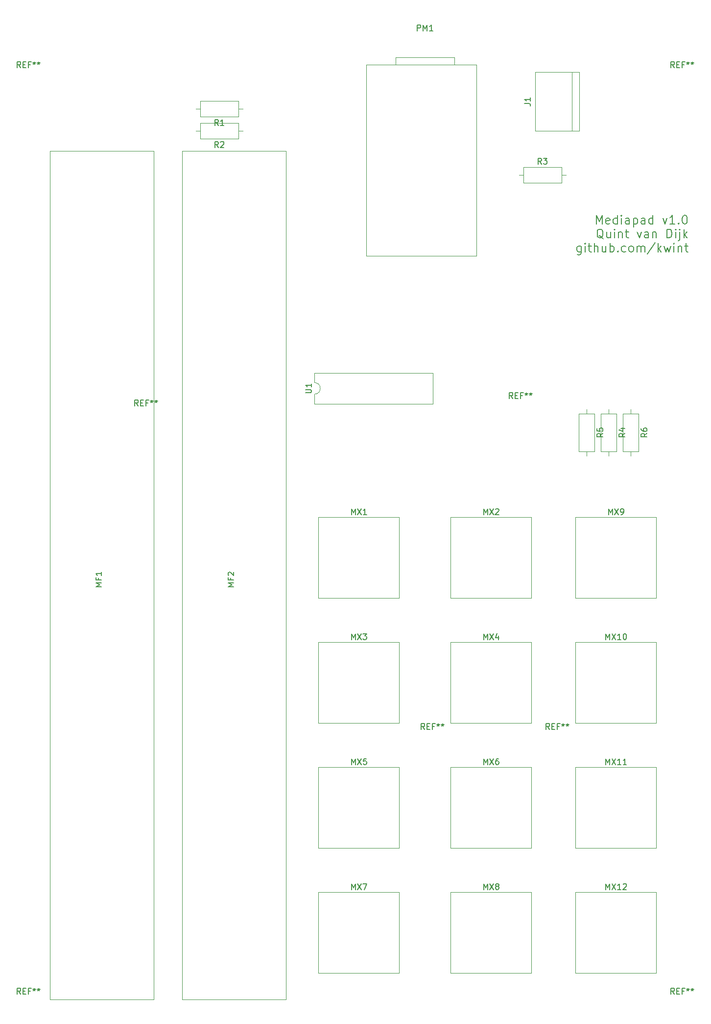
<source format=gbr>
%TF.GenerationSoftware,KiCad,Pcbnew,(5.1.8)-1*%
%TF.CreationDate,2020-12-17T23:53:09+01:00*%
%TF.ProjectId,pcb,7063622e-6b69-4636-9164-5f7063625858,rev?*%
%TF.SameCoordinates,Original*%
%TF.FileFunction,Legend,Top*%
%TF.FilePolarity,Positive*%
%FSLAX46Y46*%
G04 Gerber Fmt 4.6, Leading zero omitted, Abs format (unit mm)*
G04 Created by KiCad (PCBNEW (5.1.8)-1) date 2020-12-17 23:53:09*
%MOMM*%
%LPD*%
G01*
G04 APERTURE LIST*
%ADD10C,0.150000*%
%ADD11C,0.120000*%
G04 APERTURE END LIST*
D10*
X121062499Y-40188571D02*
X121062499Y-38688571D01*
X121562499Y-39760000D01*
X122062499Y-38688571D01*
X122062499Y-40188571D01*
X123348214Y-40117142D02*
X123205357Y-40188571D01*
X122919642Y-40188571D01*
X122776785Y-40117142D01*
X122705357Y-39974285D01*
X122705357Y-39402857D01*
X122776785Y-39260000D01*
X122919642Y-39188571D01*
X123205357Y-39188571D01*
X123348214Y-39260000D01*
X123419642Y-39402857D01*
X123419642Y-39545714D01*
X122705357Y-39688571D01*
X124705357Y-40188571D02*
X124705357Y-38688571D01*
X124705357Y-40117142D02*
X124562499Y-40188571D01*
X124276785Y-40188571D01*
X124133928Y-40117142D01*
X124062499Y-40045714D01*
X123991071Y-39902857D01*
X123991071Y-39474285D01*
X124062499Y-39331428D01*
X124133928Y-39260000D01*
X124276785Y-39188571D01*
X124562499Y-39188571D01*
X124705357Y-39260000D01*
X125419642Y-40188571D02*
X125419642Y-39188571D01*
X125419642Y-38688571D02*
X125348214Y-38760000D01*
X125419642Y-38831428D01*
X125491071Y-38760000D01*
X125419642Y-38688571D01*
X125419642Y-38831428D01*
X126776785Y-40188571D02*
X126776785Y-39402857D01*
X126705357Y-39260000D01*
X126562499Y-39188571D01*
X126276785Y-39188571D01*
X126133928Y-39260000D01*
X126776785Y-40117142D02*
X126633928Y-40188571D01*
X126276785Y-40188571D01*
X126133928Y-40117142D01*
X126062499Y-39974285D01*
X126062499Y-39831428D01*
X126133928Y-39688571D01*
X126276785Y-39617142D01*
X126633928Y-39617142D01*
X126776785Y-39545714D01*
X127491071Y-39188571D02*
X127491071Y-40688571D01*
X127491071Y-39260000D02*
X127633928Y-39188571D01*
X127919642Y-39188571D01*
X128062500Y-39260000D01*
X128133928Y-39331428D01*
X128205357Y-39474285D01*
X128205357Y-39902857D01*
X128133928Y-40045714D01*
X128062500Y-40117142D01*
X127919642Y-40188571D01*
X127633928Y-40188571D01*
X127491071Y-40117142D01*
X129491071Y-40188571D02*
X129491071Y-39402857D01*
X129419642Y-39260000D01*
X129276785Y-39188571D01*
X128991071Y-39188571D01*
X128848214Y-39260000D01*
X129491071Y-40117142D02*
X129348214Y-40188571D01*
X128991071Y-40188571D01*
X128848214Y-40117142D01*
X128776785Y-39974285D01*
X128776785Y-39831428D01*
X128848214Y-39688571D01*
X128991071Y-39617142D01*
X129348214Y-39617142D01*
X129491071Y-39545714D01*
X130848214Y-40188571D02*
X130848214Y-38688571D01*
X130848214Y-40117142D02*
X130705357Y-40188571D01*
X130419642Y-40188571D01*
X130276785Y-40117142D01*
X130205357Y-40045714D01*
X130133928Y-39902857D01*
X130133928Y-39474285D01*
X130205357Y-39331428D01*
X130276785Y-39260000D01*
X130419642Y-39188571D01*
X130705357Y-39188571D01*
X130848214Y-39260000D01*
X132562499Y-39188571D02*
X132919642Y-40188571D01*
X133276785Y-39188571D01*
X134633928Y-40188571D02*
X133776785Y-40188571D01*
X134205357Y-40188571D02*
X134205357Y-38688571D01*
X134062499Y-38902857D01*
X133919642Y-39045714D01*
X133776785Y-39117142D01*
X135276785Y-40045714D02*
X135348214Y-40117142D01*
X135276785Y-40188571D01*
X135205357Y-40117142D01*
X135276785Y-40045714D01*
X135276785Y-40188571D01*
X136276785Y-38688571D02*
X136419642Y-38688571D01*
X136562500Y-38760000D01*
X136633928Y-38831428D01*
X136705357Y-38974285D01*
X136776785Y-39260000D01*
X136776785Y-39617142D01*
X136705357Y-39902857D01*
X136633928Y-40045714D01*
X136562500Y-40117142D01*
X136419642Y-40188571D01*
X136276785Y-40188571D01*
X136133928Y-40117142D01*
X136062500Y-40045714D01*
X135991071Y-39902857D01*
X135919642Y-39617142D01*
X135919642Y-39260000D01*
X135991071Y-38974285D01*
X136062500Y-38831428D01*
X136133928Y-38760000D01*
X136276785Y-38688571D01*
X122276785Y-42731428D02*
X122133928Y-42660000D01*
X121991071Y-42517142D01*
X121776785Y-42302857D01*
X121633928Y-42231428D01*
X121491071Y-42231428D01*
X121562500Y-42588571D02*
X121419642Y-42517142D01*
X121276785Y-42374285D01*
X121205357Y-42088571D01*
X121205357Y-41588571D01*
X121276785Y-41302857D01*
X121419642Y-41160000D01*
X121562500Y-41088571D01*
X121848214Y-41088571D01*
X121991071Y-41160000D01*
X122133928Y-41302857D01*
X122205357Y-41588571D01*
X122205357Y-42088571D01*
X122133928Y-42374285D01*
X121991071Y-42517142D01*
X121848214Y-42588571D01*
X121562500Y-42588571D01*
X123491071Y-41588571D02*
X123491071Y-42588571D01*
X122848214Y-41588571D02*
X122848214Y-42374285D01*
X122919642Y-42517142D01*
X123062500Y-42588571D01*
X123276785Y-42588571D01*
X123419642Y-42517142D01*
X123491071Y-42445714D01*
X124205357Y-42588571D02*
X124205357Y-41588571D01*
X124205357Y-41088571D02*
X124133928Y-41160000D01*
X124205357Y-41231428D01*
X124276785Y-41160000D01*
X124205357Y-41088571D01*
X124205357Y-41231428D01*
X124919642Y-41588571D02*
X124919642Y-42588571D01*
X124919642Y-41731428D02*
X124991071Y-41660000D01*
X125133928Y-41588571D01*
X125348214Y-41588571D01*
X125491071Y-41660000D01*
X125562500Y-41802857D01*
X125562500Y-42588571D01*
X126062500Y-41588571D02*
X126633928Y-41588571D01*
X126276785Y-41088571D02*
X126276785Y-42374285D01*
X126348214Y-42517142D01*
X126491071Y-42588571D01*
X126633928Y-42588571D01*
X128133928Y-41588571D02*
X128491071Y-42588571D01*
X128848214Y-41588571D01*
X130062500Y-42588571D02*
X130062500Y-41802857D01*
X129991071Y-41660000D01*
X129848214Y-41588571D01*
X129562500Y-41588571D01*
X129419642Y-41660000D01*
X130062500Y-42517142D02*
X129919642Y-42588571D01*
X129562500Y-42588571D01*
X129419642Y-42517142D01*
X129348214Y-42374285D01*
X129348214Y-42231428D01*
X129419642Y-42088571D01*
X129562500Y-42017142D01*
X129919642Y-42017142D01*
X130062500Y-41945714D01*
X130776785Y-41588571D02*
X130776785Y-42588571D01*
X130776785Y-41731428D02*
X130848214Y-41660000D01*
X130991071Y-41588571D01*
X131205357Y-41588571D01*
X131348214Y-41660000D01*
X131419642Y-41802857D01*
X131419642Y-42588571D01*
X133276785Y-42588571D02*
X133276785Y-41088571D01*
X133633928Y-41088571D01*
X133848214Y-41160000D01*
X133991071Y-41302857D01*
X134062500Y-41445714D01*
X134133928Y-41731428D01*
X134133928Y-41945714D01*
X134062500Y-42231428D01*
X133991071Y-42374285D01*
X133848214Y-42517142D01*
X133633928Y-42588571D01*
X133276785Y-42588571D01*
X134776785Y-42588571D02*
X134776785Y-41588571D01*
X134776785Y-41088571D02*
X134705357Y-41160000D01*
X134776785Y-41231428D01*
X134848214Y-41160000D01*
X134776785Y-41088571D01*
X134776785Y-41231428D01*
X135491071Y-41588571D02*
X135491071Y-42874285D01*
X135419642Y-43017142D01*
X135276785Y-43088571D01*
X135205357Y-43088571D01*
X135491071Y-41088571D02*
X135419642Y-41160000D01*
X135491071Y-41231428D01*
X135562500Y-41160000D01*
X135491071Y-41088571D01*
X135491071Y-41231428D01*
X136205357Y-42588571D02*
X136205357Y-41088571D01*
X136348214Y-42017142D02*
X136776785Y-42588571D01*
X136776785Y-41588571D02*
X136205357Y-42160000D01*
X118419642Y-43988571D02*
X118419642Y-45202857D01*
X118348214Y-45345714D01*
X118276785Y-45417142D01*
X118133928Y-45488571D01*
X117919642Y-45488571D01*
X117776785Y-45417142D01*
X118419642Y-44917142D02*
X118276785Y-44988571D01*
X117991071Y-44988571D01*
X117848214Y-44917142D01*
X117776785Y-44845714D01*
X117705357Y-44702857D01*
X117705357Y-44274285D01*
X117776785Y-44131428D01*
X117848214Y-44060000D01*
X117991071Y-43988571D01*
X118276785Y-43988571D01*
X118419642Y-44060000D01*
X119133928Y-44988571D02*
X119133928Y-43988571D01*
X119133928Y-43488571D02*
X119062500Y-43560000D01*
X119133928Y-43631428D01*
X119205357Y-43560000D01*
X119133928Y-43488571D01*
X119133928Y-43631428D01*
X119633928Y-43988571D02*
X120205357Y-43988571D01*
X119848214Y-43488571D02*
X119848214Y-44774285D01*
X119919642Y-44917142D01*
X120062500Y-44988571D01*
X120205357Y-44988571D01*
X120705357Y-44988571D02*
X120705357Y-43488571D01*
X121348214Y-44988571D02*
X121348214Y-44202857D01*
X121276785Y-44060000D01*
X121133928Y-43988571D01*
X120919642Y-43988571D01*
X120776785Y-44060000D01*
X120705357Y-44131428D01*
X122705357Y-43988571D02*
X122705357Y-44988571D01*
X122062500Y-43988571D02*
X122062500Y-44774285D01*
X122133928Y-44917142D01*
X122276785Y-44988571D01*
X122491071Y-44988571D01*
X122633928Y-44917142D01*
X122705357Y-44845714D01*
X123419642Y-44988571D02*
X123419642Y-43488571D01*
X123419642Y-44060000D02*
X123562500Y-43988571D01*
X123848214Y-43988571D01*
X123991071Y-44060000D01*
X124062500Y-44131428D01*
X124133928Y-44274285D01*
X124133928Y-44702857D01*
X124062500Y-44845714D01*
X123991071Y-44917142D01*
X123848214Y-44988571D01*
X123562500Y-44988571D01*
X123419642Y-44917142D01*
X124776785Y-44845714D02*
X124848214Y-44917142D01*
X124776785Y-44988571D01*
X124705357Y-44917142D01*
X124776785Y-44845714D01*
X124776785Y-44988571D01*
X126133928Y-44917142D02*
X125991071Y-44988571D01*
X125705357Y-44988571D01*
X125562500Y-44917142D01*
X125491071Y-44845714D01*
X125419642Y-44702857D01*
X125419642Y-44274285D01*
X125491071Y-44131428D01*
X125562500Y-44060000D01*
X125705357Y-43988571D01*
X125991071Y-43988571D01*
X126133928Y-44060000D01*
X126991071Y-44988571D02*
X126848214Y-44917142D01*
X126776785Y-44845714D01*
X126705357Y-44702857D01*
X126705357Y-44274285D01*
X126776785Y-44131428D01*
X126848214Y-44060000D01*
X126991071Y-43988571D01*
X127205357Y-43988571D01*
X127348214Y-44060000D01*
X127419642Y-44131428D01*
X127491071Y-44274285D01*
X127491071Y-44702857D01*
X127419642Y-44845714D01*
X127348214Y-44917142D01*
X127205357Y-44988571D01*
X126991071Y-44988571D01*
X128133928Y-44988571D02*
X128133928Y-43988571D01*
X128133928Y-44131428D02*
X128205357Y-44060000D01*
X128348214Y-43988571D01*
X128562500Y-43988571D01*
X128705357Y-44060000D01*
X128776785Y-44202857D01*
X128776785Y-44988571D01*
X128776785Y-44202857D02*
X128848214Y-44060000D01*
X128991071Y-43988571D01*
X129205357Y-43988571D01*
X129348214Y-44060000D01*
X129419642Y-44202857D01*
X129419642Y-44988571D01*
X131205357Y-43417142D02*
X129919642Y-45345714D01*
X131705357Y-44988571D02*
X131705357Y-43488571D01*
X131848214Y-44417142D02*
X132276785Y-44988571D01*
X132276785Y-43988571D02*
X131705357Y-44560000D01*
X132776785Y-43988571D02*
X133062500Y-44988571D01*
X133348214Y-44274285D01*
X133633928Y-44988571D01*
X133919642Y-43988571D01*
X134491071Y-44988571D02*
X134491071Y-43988571D01*
X134491071Y-43488571D02*
X134419642Y-43560000D01*
X134491071Y-43631428D01*
X134562500Y-43560000D01*
X134491071Y-43488571D01*
X134491071Y-43631428D01*
X135205357Y-43988571D02*
X135205357Y-44988571D01*
X135205357Y-44131428D02*
X135276785Y-44060000D01*
X135419642Y-43988571D01*
X135633928Y-43988571D01*
X135776785Y-44060000D01*
X135848214Y-44202857D01*
X135848214Y-44988571D01*
X136348214Y-43988571D02*
X136919642Y-43988571D01*
X136562500Y-43488571D02*
X136562500Y-44774285D01*
X136633928Y-44917142D01*
X136776785Y-44988571D01*
X136919642Y-44988571D01*
D11*
%TO.C,MF2*%
X67420000Y-174100000D02*
X67420000Y-27600000D01*
X67420000Y-27600000D02*
X49420000Y-27600000D01*
X49420000Y-27600000D02*
X49420000Y-174100000D01*
X49420000Y-174100000D02*
X67420000Y-174100000D01*
%TO.C,MX1*%
X73025000Y-104775000D02*
X73025000Y-90805000D01*
X86995000Y-104775000D02*
X73025000Y-104775000D01*
X86995000Y-90805000D02*
X86995000Y-104775000D01*
X73025000Y-90805000D02*
X86995000Y-90805000D01*
%TO.C,PM1*%
X81280000Y-15240000D02*
X81280000Y-45720000D01*
X81280000Y-45720000D02*
X100330000Y-45720000D01*
X100330000Y-45720000D02*
X100330000Y-12700000D01*
X100330000Y-12700000D02*
X81280000Y-12700000D01*
X81280000Y-12700000D02*
X81280000Y-15240000D01*
X86360000Y-12700000D02*
X86360000Y-11430000D01*
X86360000Y-11430000D02*
X96520000Y-11430000D01*
X96520000Y-11430000D02*
X96520000Y-12700000D01*
%TO.C,J1*%
X116840000Y-13970000D02*
X116840000Y-24130000D01*
X118110000Y-13970000D02*
X110490000Y-13970000D01*
X110490000Y-13970000D02*
X110490000Y-24130000D01*
X110490000Y-24130000D02*
X118110000Y-24130000D01*
X118110000Y-24130000D02*
X118110000Y-13970000D01*
%TO.C,MF1*%
X26560000Y-174100000D02*
X44560000Y-174100000D01*
X26560000Y-27600000D02*
X26560000Y-174100000D01*
X44560000Y-27600000D02*
X26560000Y-27600000D01*
X44560000Y-174100000D02*
X44560000Y-27600000D01*
%TO.C,MX2*%
X95885000Y-90805000D02*
X109855000Y-90805000D01*
X109855000Y-90805000D02*
X109855000Y-104775000D01*
X109855000Y-104775000D02*
X95885000Y-104775000D01*
X95885000Y-104775000D02*
X95885000Y-90805000D01*
%TO.C,MX3*%
X73025000Y-112395000D02*
X86995000Y-112395000D01*
X86995000Y-112395000D02*
X86995000Y-126365000D01*
X86995000Y-126365000D02*
X73025000Y-126365000D01*
X73025000Y-126365000D02*
X73025000Y-112395000D01*
%TO.C,MX4*%
X95885000Y-126365000D02*
X95885000Y-112395000D01*
X109855000Y-126365000D02*
X95885000Y-126365000D01*
X109855000Y-112395000D02*
X109855000Y-126365000D01*
X95885000Y-112395000D02*
X109855000Y-112395000D01*
%TO.C,MX5*%
X73025000Y-147955000D02*
X73025000Y-133985000D01*
X86995000Y-147955000D02*
X73025000Y-147955000D01*
X86995000Y-133985000D02*
X86995000Y-147955000D01*
X73025000Y-133985000D02*
X86995000Y-133985000D01*
%TO.C,MX6*%
X95885000Y-133985000D02*
X109855000Y-133985000D01*
X109855000Y-133985000D02*
X109855000Y-147955000D01*
X109855000Y-147955000D02*
X95885000Y-147955000D01*
X95885000Y-147955000D02*
X95885000Y-133985000D01*
%TO.C,MX7*%
X73025000Y-169545000D02*
X73025000Y-155575000D01*
X86995000Y-169545000D02*
X73025000Y-169545000D01*
X86995000Y-155575000D02*
X86995000Y-169545000D01*
X73025000Y-155575000D02*
X86995000Y-155575000D01*
%TO.C,MX8*%
X95885000Y-155575000D02*
X109855000Y-155575000D01*
X109855000Y-155575000D02*
X109855000Y-169545000D01*
X109855000Y-169545000D02*
X95885000Y-169545000D01*
X95885000Y-169545000D02*
X95885000Y-155575000D01*
%TO.C,MX9*%
X117475000Y-104775000D02*
X117475000Y-90805000D01*
X131445000Y-104775000D02*
X117475000Y-104775000D01*
X131445000Y-90805000D02*
X131445000Y-104775000D01*
X117475000Y-90805000D02*
X131445000Y-90805000D01*
%TO.C,MX10*%
X117475000Y-112395000D02*
X131445000Y-112395000D01*
X131445000Y-112395000D02*
X131445000Y-126365000D01*
X131445000Y-126365000D02*
X117475000Y-126365000D01*
X117475000Y-126365000D02*
X117475000Y-112395000D01*
%TO.C,MX11*%
X117475000Y-147955000D02*
X117475000Y-133985000D01*
X131445000Y-147955000D02*
X117475000Y-147955000D01*
X131445000Y-133985000D02*
X131445000Y-147955000D01*
X117475000Y-133985000D02*
X131445000Y-133985000D01*
%TO.C,MX12*%
X117475000Y-155575000D02*
X131445000Y-155575000D01*
X131445000Y-155575000D02*
X131445000Y-169545000D01*
X131445000Y-169545000D02*
X117475000Y-169545000D01*
X117475000Y-169545000D02*
X117475000Y-155575000D01*
%TO.C,R1*%
X59150000Y-21690000D02*
X59150000Y-18950000D01*
X59150000Y-18950000D02*
X52610000Y-18950000D01*
X52610000Y-18950000D02*
X52610000Y-21690000D01*
X52610000Y-21690000D02*
X59150000Y-21690000D01*
X59920000Y-20320000D02*
X59150000Y-20320000D01*
X51840000Y-20320000D02*
X52610000Y-20320000D01*
%TO.C,R2*%
X51840000Y-24130000D02*
X52610000Y-24130000D01*
X59920000Y-24130000D02*
X59150000Y-24130000D01*
X52610000Y-25500000D02*
X59150000Y-25500000D01*
X52610000Y-22760000D02*
X52610000Y-25500000D01*
X59150000Y-22760000D02*
X52610000Y-22760000D01*
X59150000Y-25500000D02*
X59150000Y-22760000D01*
%TO.C,R3*%
X115800000Y-31750000D02*
X115030000Y-31750000D01*
X107720000Y-31750000D02*
X108490000Y-31750000D01*
X115030000Y-30380000D02*
X108490000Y-30380000D01*
X115030000Y-33120000D02*
X115030000Y-30380000D01*
X108490000Y-33120000D02*
X115030000Y-33120000D01*
X108490000Y-30380000D02*
X108490000Y-33120000D01*
%TO.C,R4*%
X124560000Y-72930000D02*
X121820000Y-72930000D01*
X121820000Y-72930000D02*
X121820000Y-79470000D01*
X121820000Y-79470000D02*
X124560000Y-79470000D01*
X124560000Y-79470000D02*
X124560000Y-72930000D01*
X123190000Y-72160000D02*
X123190000Y-72930000D01*
X123190000Y-80240000D02*
X123190000Y-79470000D01*
%TO.C,R5*%
X119380000Y-80240000D02*
X119380000Y-79470000D01*
X119380000Y-72160000D02*
X119380000Y-72930000D01*
X120750000Y-79470000D02*
X120750000Y-72930000D01*
X118010000Y-79470000D02*
X120750000Y-79470000D01*
X118010000Y-72930000D02*
X118010000Y-79470000D01*
X120750000Y-72930000D02*
X118010000Y-72930000D01*
%TO.C,R6*%
X128370000Y-72930000D02*
X125630000Y-72930000D01*
X125630000Y-72930000D02*
X125630000Y-79470000D01*
X125630000Y-79470000D02*
X128370000Y-79470000D01*
X128370000Y-79470000D02*
X128370000Y-72930000D01*
X127000000Y-72160000D02*
X127000000Y-72930000D01*
X127000000Y-80240000D02*
X127000000Y-79470000D01*
%TO.C,U1*%
X72330000Y-69580000D02*
X72330000Y-71230000D01*
X72330000Y-71230000D02*
X92770000Y-71230000D01*
X92770000Y-71230000D02*
X92770000Y-65930000D01*
X92770000Y-65930000D02*
X72330000Y-65930000D01*
X72330000Y-65930000D02*
X72330000Y-67580000D01*
X72330000Y-67580000D02*
G75*
G02*
X72330000Y-69580000I0J-1000000D01*
G01*
%TD*%
%TO.C,REF\u002A\u002A*%
D10*
X91376666Y-127462380D02*
X91043333Y-126986190D01*
X90805238Y-127462380D02*
X90805238Y-126462380D01*
X91186190Y-126462380D01*
X91281428Y-126510000D01*
X91329047Y-126557619D01*
X91376666Y-126652857D01*
X91376666Y-126795714D01*
X91329047Y-126890952D01*
X91281428Y-126938571D01*
X91186190Y-126986190D01*
X90805238Y-126986190D01*
X91805238Y-126938571D02*
X92138571Y-126938571D01*
X92281428Y-127462380D02*
X91805238Y-127462380D01*
X91805238Y-126462380D01*
X92281428Y-126462380D01*
X93043333Y-126938571D02*
X92710000Y-126938571D01*
X92710000Y-127462380D02*
X92710000Y-126462380D01*
X93186190Y-126462380D01*
X93710000Y-126462380D02*
X93710000Y-126700476D01*
X93471904Y-126605238D02*
X93710000Y-126700476D01*
X93948095Y-126605238D01*
X93567142Y-126890952D02*
X93710000Y-126700476D01*
X93852857Y-126890952D01*
X94471904Y-126462380D02*
X94471904Y-126700476D01*
X94233809Y-126605238D02*
X94471904Y-126700476D01*
X94710000Y-126605238D01*
X94329047Y-126890952D02*
X94471904Y-126700476D01*
X94614761Y-126890952D01*
X112966666Y-127462380D02*
X112633333Y-126986190D01*
X112395238Y-127462380D02*
X112395238Y-126462380D01*
X112776190Y-126462380D01*
X112871428Y-126510000D01*
X112919047Y-126557619D01*
X112966666Y-126652857D01*
X112966666Y-126795714D01*
X112919047Y-126890952D01*
X112871428Y-126938571D01*
X112776190Y-126986190D01*
X112395238Y-126986190D01*
X113395238Y-126938571D02*
X113728571Y-126938571D01*
X113871428Y-127462380D02*
X113395238Y-127462380D01*
X113395238Y-126462380D01*
X113871428Y-126462380D01*
X114633333Y-126938571D02*
X114300000Y-126938571D01*
X114300000Y-127462380D02*
X114300000Y-126462380D01*
X114776190Y-126462380D01*
X115300000Y-126462380D02*
X115300000Y-126700476D01*
X115061904Y-126605238D02*
X115300000Y-126700476D01*
X115538095Y-126605238D01*
X115157142Y-126890952D02*
X115300000Y-126700476D01*
X115442857Y-126890952D01*
X116061904Y-126462380D02*
X116061904Y-126700476D01*
X115823809Y-126605238D02*
X116061904Y-126700476D01*
X116300000Y-126605238D01*
X115919047Y-126890952D02*
X116061904Y-126700476D01*
X116204761Y-126890952D01*
X21526666Y-13162380D02*
X21193333Y-12686190D01*
X20955238Y-13162380D02*
X20955238Y-12162380D01*
X21336190Y-12162380D01*
X21431428Y-12210000D01*
X21479047Y-12257619D01*
X21526666Y-12352857D01*
X21526666Y-12495714D01*
X21479047Y-12590952D01*
X21431428Y-12638571D01*
X21336190Y-12686190D01*
X20955238Y-12686190D01*
X21955238Y-12638571D02*
X22288571Y-12638571D01*
X22431428Y-13162380D02*
X21955238Y-13162380D01*
X21955238Y-12162380D01*
X22431428Y-12162380D01*
X23193333Y-12638571D02*
X22860000Y-12638571D01*
X22860000Y-13162380D02*
X22860000Y-12162380D01*
X23336190Y-12162380D01*
X23860000Y-12162380D02*
X23860000Y-12400476D01*
X23621904Y-12305238D02*
X23860000Y-12400476D01*
X24098095Y-12305238D01*
X23717142Y-12590952D02*
X23860000Y-12400476D01*
X24002857Y-12590952D01*
X24621904Y-12162380D02*
X24621904Y-12400476D01*
X24383809Y-12305238D02*
X24621904Y-12400476D01*
X24860000Y-12305238D01*
X24479047Y-12590952D02*
X24621904Y-12400476D01*
X24764761Y-12590952D01*
X134556666Y-13162380D02*
X134223333Y-12686190D01*
X133985238Y-13162380D02*
X133985238Y-12162380D01*
X134366190Y-12162380D01*
X134461428Y-12210000D01*
X134509047Y-12257619D01*
X134556666Y-12352857D01*
X134556666Y-12495714D01*
X134509047Y-12590952D01*
X134461428Y-12638571D01*
X134366190Y-12686190D01*
X133985238Y-12686190D01*
X134985238Y-12638571D02*
X135318571Y-12638571D01*
X135461428Y-13162380D02*
X134985238Y-13162380D01*
X134985238Y-12162380D01*
X135461428Y-12162380D01*
X136223333Y-12638571D02*
X135890000Y-12638571D01*
X135890000Y-13162380D02*
X135890000Y-12162380D01*
X136366190Y-12162380D01*
X136890000Y-12162380D02*
X136890000Y-12400476D01*
X136651904Y-12305238D02*
X136890000Y-12400476D01*
X137128095Y-12305238D01*
X136747142Y-12590952D02*
X136890000Y-12400476D01*
X137032857Y-12590952D01*
X137651904Y-12162380D02*
X137651904Y-12400476D01*
X137413809Y-12305238D02*
X137651904Y-12400476D01*
X137890000Y-12305238D01*
X137509047Y-12590952D02*
X137651904Y-12400476D01*
X137794761Y-12590952D01*
X134556666Y-173182380D02*
X134223333Y-172706190D01*
X133985238Y-173182380D02*
X133985238Y-172182380D01*
X134366190Y-172182380D01*
X134461428Y-172230000D01*
X134509047Y-172277619D01*
X134556666Y-172372857D01*
X134556666Y-172515714D01*
X134509047Y-172610952D01*
X134461428Y-172658571D01*
X134366190Y-172706190D01*
X133985238Y-172706190D01*
X134985238Y-172658571D02*
X135318571Y-172658571D01*
X135461428Y-173182380D02*
X134985238Y-173182380D01*
X134985238Y-172182380D01*
X135461428Y-172182380D01*
X136223333Y-172658571D02*
X135890000Y-172658571D01*
X135890000Y-173182380D02*
X135890000Y-172182380D01*
X136366190Y-172182380D01*
X136890000Y-172182380D02*
X136890000Y-172420476D01*
X136651904Y-172325238D02*
X136890000Y-172420476D01*
X137128095Y-172325238D01*
X136747142Y-172610952D02*
X136890000Y-172420476D01*
X137032857Y-172610952D01*
X137651904Y-172182380D02*
X137651904Y-172420476D01*
X137413809Y-172325238D02*
X137651904Y-172420476D01*
X137890000Y-172325238D01*
X137509047Y-172610952D02*
X137651904Y-172420476D01*
X137794761Y-172610952D01*
X21526666Y-173182380D02*
X21193333Y-172706190D01*
X20955238Y-173182380D02*
X20955238Y-172182380D01*
X21336190Y-172182380D01*
X21431428Y-172230000D01*
X21479047Y-172277619D01*
X21526666Y-172372857D01*
X21526666Y-172515714D01*
X21479047Y-172610952D01*
X21431428Y-172658571D01*
X21336190Y-172706190D01*
X20955238Y-172706190D01*
X21955238Y-172658571D02*
X22288571Y-172658571D01*
X22431428Y-173182380D02*
X21955238Y-173182380D01*
X21955238Y-172182380D01*
X22431428Y-172182380D01*
X23193333Y-172658571D02*
X22860000Y-172658571D01*
X22860000Y-173182380D02*
X22860000Y-172182380D01*
X23336190Y-172182380D01*
X23860000Y-172182380D02*
X23860000Y-172420476D01*
X23621904Y-172325238D02*
X23860000Y-172420476D01*
X24098095Y-172325238D01*
X23717142Y-172610952D02*
X23860000Y-172420476D01*
X24002857Y-172610952D01*
X24621904Y-172182380D02*
X24621904Y-172420476D01*
X24383809Y-172325238D02*
X24621904Y-172420476D01*
X24860000Y-172325238D01*
X24479047Y-172610952D02*
X24621904Y-172420476D01*
X24764761Y-172610952D01*
X41846666Y-71582380D02*
X41513333Y-71106190D01*
X41275238Y-71582380D02*
X41275238Y-70582380D01*
X41656190Y-70582380D01*
X41751428Y-70630000D01*
X41799047Y-70677619D01*
X41846666Y-70772857D01*
X41846666Y-70915714D01*
X41799047Y-71010952D01*
X41751428Y-71058571D01*
X41656190Y-71106190D01*
X41275238Y-71106190D01*
X42275238Y-71058571D02*
X42608571Y-71058571D01*
X42751428Y-71582380D02*
X42275238Y-71582380D01*
X42275238Y-70582380D01*
X42751428Y-70582380D01*
X43513333Y-71058571D02*
X43180000Y-71058571D01*
X43180000Y-71582380D02*
X43180000Y-70582380D01*
X43656190Y-70582380D01*
X44180000Y-70582380D02*
X44180000Y-70820476D01*
X43941904Y-70725238D02*
X44180000Y-70820476D01*
X44418095Y-70725238D01*
X44037142Y-71010952D02*
X44180000Y-70820476D01*
X44322857Y-71010952D01*
X44941904Y-70582380D02*
X44941904Y-70820476D01*
X44703809Y-70725238D02*
X44941904Y-70820476D01*
X45180000Y-70725238D01*
X44799047Y-71010952D02*
X44941904Y-70820476D01*
X45084761Y-71010952D01*
%TO.C,*%
%TO.C,REF\u002A\u002A*%
X106616666Y-70312380D02*
X106283333Y-69836190D01*
X106045238Y-70312380D02*
X106045238Y-69312380D01*
X106426190Y-69312380D01*
X106521428Y-69360000D01*
X106569047Y-69407619D01*
X106616666Y-69502857D01*
X106616666Y-69645714D01*
X106569047Y-69740952D01*
X106521428Y-69788571D01*
X106426190Y-69836190D01*
X106045238Y-69836190D01*
X107045238Y-69788571D02*
X107378571Y-69788571D01*
X107521428Y-70312380D02*
X107045238Y-70312380D01*
X107045238Y-69312380D01*
X107521428Y-69312380D01*
X108283333Y-69788571D02*
X107950000Y-69788571D01*
X107950000Y-70312380D02*
X107950000Y-69312380D01*
X108426190Y-69312380D01*
X108950000Y-69312380D02*
X108950000Y-69550476D01*
X108711904Y-69455238D02*
X108950000Y-69550476D01*
X109188095Y-69455238D01*
X108807142Y-69740952D02*
X108950000Y-69550476D01*
X109092857Y-69740952D01*
X109711904Y-69312380D02*
X109711904Y-69550476D01*
X109473809Y-69455238D02*
X109711904Y-69550476D01*
X109950000Y-69455238D01*
X109569047Y-69740952D02*
X109711904Y-69550476D01*
X109854761Y-69740952D01*
%TO.C,MF2*%
X58372380Y-102838095D02*
X57372380Y-102838095D01*
X58086666Y-102504761D01*
X57372380Y-102171428D01*
X58372380Y-102171428D01*
X57848571Y-101361904D02*
X57848571Y-101695238D01*
X58372380Y-101695238D02*
X57372380Y-101695238D01*
X57372380Y-101219047D01*
X57467619Y-100885714D02*
X57420000Y-100838095D01*
X57372380Y-100742857D01*
X57372380Y-100504761D01*
X57420000Y-100409523D01*
X57467619Y-100361904D01*
X57562857Y-100314285D01*
X57658095Y-100314285D01*
X57800952Y-100361904D01*
X58372380Y-100933333D01*
X58372380Y-100314285D01*
%TO.C,MX1*%
X78724285Y-90368380D02*
X78724285Y-89368380D01*
X79057619Y-90082666D01*
X79390952Y-89368380D01*
X79390952Y-90368380D01*
X79771904Y-89368380D02*
X80438571Y-90368380D01*
X80438571Y-89368380D02*
X79771904Y-90368380D01*
X81343333Y-90368380D02*
X80771904Y-90368380D01*
X81057619Y-90368380D02*
X81057619Y-89368380D01*
X80962380Y-89511238D01*
X80867142Y-89606476D01*
X80771904Y-89654095D01*
%TO.C,PM1*%
X90130476Y-6802380D02*
X90130476Y-5802380D01*
X90511428Y-5802380D01*
X90606666Y-5850000D01*
X90654285Y-5897619D01*
X90701904Y-5992857D01*
X90701904Y-6135714D01*
X90654285Y-6230952D01*
X90606666Y-6278571D01*
X90511428Y-6326190D01*
X90130476Y-6326190D01*
X91130476Y-6802380D02*
X91130476Y-5802380D01*
X91463809Y-6516666D01*
X91797142Y-5802380D01*
X91797142Y-6802380D01*
X92797142Y-6802380D02*
X92225714Y-6802380D01*
X92511428Y-6802380D02*
X92511428Y-5802380D01*
X92416190Y-5945238D01*
X92320952Y-6040476D01*
X92225714Y-6088095D01*
%TO.C,J1*%
X108672380Y-19383333D02*
X109386666Y-19383333D01*
X109529523Y-19430952D01*
X109624761Y-19526190D01*
X109672380Y-19669047D01*
X109672380Y-19764285D01*
X109672380Y-18383333D02*
X109672380Y-18954761D01*
X109672380Y-18669047D02*
X108672380Y-18669047D01*
X108815238Y-18764285D01*
X108910476Y-18859523D01*
X108958095Y-18954761D01*
%TO.C,MF1*%
X35512380Y-102838095D02*
X34512380Y-102838095D01*
X35226666Y-102504761D01*
X34512380Y-102171428D01*
X35512380Y-102171428D01*
X34988571Y-101361904D02*
X34988571Y-101695238D01*
X35512380Y-101695238D02*
X34512380Y-101695238D01*
X34512380Y-101219047D01*
X35512380Y-100314285D02*
X35512380Y-100885714D01*
X35512380Y-100600000D02*
X34512380Y-100600000D01*
X34655238Y-100695238D01*
X34750476Y-100790476D01*
X34798095Y-100885714D01*
%TO.C,MX2*%
X101584285Y-90368380D02*
X101584285Y-89368380D01*
X101917619Y-90082666D01*
X102250952Y-89368380D01*
X102250952Y-90368380D01*
X102631904Y-89368380D02*
X103298571Y-90368380D01*
X103298571Y-89368380D02*
X102631904Y-90368380D01*
X103631904Y-89463619D02*
X103679523Y-89416000D01*
X103774761Y-89368380D01*
X104012857Y-89368380D01*
X104108095Y-89416000D01*
X104155714Y-89463619D01*
X104203333Y-89558857D01*
X104203333Y-89654095D01*
X104155714Y-89796952D01*
X103584285Y-90368380D01*
X104203333Y-90368380D01*
%TO.C,MX3*%
X78724285Y-111958380D02*
X78724285Y-110958380D01*
X79057619Y-111672666D01*
X79390952Y-110958380D01*
X79390952Y-111958380D01*
X79771904Y-110958380D02*
X80438571Y-111958380D01*
X80438571Y-110958380D02*
X79771904Y-111958380D01*
X80724285Y-110958380D02*
X81343333Y-110958380D01*
X81010000Y-111339333D01*
X81152857Y-111339333D01*
X81248095Y-111386952D01*
X81295714Y-111434571D01*
X81343333Y-111529809D01*
X81343333Y-111767904D01*
X81295714Y-111863142D01*
X81248095Y-111910761D01*
X81152857Y-111958380D01*
X80867142Y-111958380D01*
X80771904Y-111910761D01*
X80724285Y-111863142D01*
%TO.C,MX4*%
X101584285Y-111958380D02*
X101584285Y-110958380D01*
X101917619Y-111672666D01*
X102250952Y-110958380D01*
X102250952Y-111958380D01*
X102631904Y-110958380D02*
X103298571Y-111958380D01*
X103298571Y-110958380D02*
X102631904Y-111958380D01*
X104108095Y-111291714D02*
X104108095Y-111958380D01*
X103870000Y-110910761D02*
X103631904Y-111625047D01*
X104250952Y-111625047D01*
%TO.C,MX5*%
X78724285Y-133548380D02*
X78724285Y-132548380D01*
X79057619Y-133262666D01*
X79390952Y-132548380D01*
X79390952Y-133548380D01*
X79771904Y-132548380D02*
X80438571Y-133548380D01*
X80438571Y-132548380D02*
X79771904Y-133548380D01*
X81295714Y-132548380D02*
X80819523Y-132548380D01*
X80771904Y-133024571D01*
X80819523Y-132976952D01*
X80914761Y-132929333D01*
X81152857Y-132929333D01*
X81248095Y-132976952D01*
X81295714Y-133024571D01*
X81343333Y-133119809D01*
X81343333Y-133357904D01*
X81295714Y-133453142D01*
X81248095Y-133500761D01*
X81152857Y-133548380D01*
X80914761Y-133548380D01*
X80819523Y-133500761D01*
X80771904Y-133453142D01*
%TO.C,MX6*%
X101584285Y-133548380D02*
X101584285Y-132548380D01*
X101917619Y-133262666D01*
X102250952Y-132548380D01*
X102250952Y-133548380D01*
X102631904Y-132548380D02*
X103298571Y-133548380D01*
X103298571Y-132548380D02*
X102631904Y-133548380D01*
X104108095Y-132548380D02*
X103917619Y-132548380D01*
X103822380Y-132596000D01*
X103774761Y-132643619D01*
X103679523Y-132786476D01*
X103631904Y-132976952D01*
X103631904Y-133357904D01*
X103679523Y-133453142D01*
X103727142Y-133500761D01*
X103822380Y-133548380D01*
X104012857Y-133548380D01*
X104108095Y-133500761D01*
X104155714Y-133453142D01*
X104203333Y-133357904D01*
X104203333Y-133119809D01*
X104155714Y-133024571D01*
X104108095Y-132976952D01*
X104012857Y-132929333D01*
X103822380Y-132929333D01*
X103727142Y-132976952D01*
X103679523Y-133024571D01*
X103631904Y-133119809D01*
%TO.C,MX7*%
X78724285Y-155138380D02*
X78724285Y-154138380D01*
X79057619Y-154852666D01*
X79390952Y-154138380D01*
X79390952Y-155138380D01*
X79771904Y-154138380D02*
X80438571Y-155138380D01*
X80438571Y-154138380D02*
X79771904Y-155138380D01*
X80724285Y-154138380D02*
X81390952Y-154138380D01*
X80962380Y-155138380D01*
%TO.C,MX8*%
X101584285Y-155138380D02*
X101584285Y-154138380D01*
X101917619Y-154852666D01*
X102250952Y-154138380D01*
X102250952Y-155138380D01*
X102631904Y-154138380D02*
X103298571Y-155138380D01*
X103298571Y-154138380D02*
X102631904Y-155138380D01*
X103822380Y-154566952D02*
X103727142Y-154519333D01*
X103679523Y-154471714D01*
X103631904Y-154376476D01*
X103631904Y-154328857D01*
X103679523Y-154233619D01*
X103727142Y-154186000D01*
X103822380Y-154138380D01*
X104012857Y-154138380D01*
X104108095Y-154186000D01*
X104155714Y-154233619D01*
X104203333Y-154328857D01*
X104203333Y-154376476D01*
X104155714Y-154471714D01*
X104108095Y-154519333D01*
X104012857Y-154566952D01*
X103822380Y-154566952D01*
X103727142Y-154614571D01*
X103679523Y-154662190D01*
X103631904Y-154757428D01*
X103631904Y-154947904D01*
X103679523Y-155043142D01*
X103727142Y-155090761D01*
X103822380Y-155138380D01*
X104012857Y-155138380D01*
X104108095Y-155090761D01*
X104155714Y-155043142D01*
X104203333Y-154947904D01*
X104203333Y-154757428D01*
X104155714Y-154662190D01*
X104108095Y-154614571D01*
X104012857Y-154566952D01*
%TO.C,MX9*%
X123174285Y-90368380D02*
X123174285Y-89368380D01*
X123507619Y-90082666D01*
X123840952Y-89368380D01*
X123840952Y-90368380D01*
X124221904Y-89368380D02*
X124888571Y-90368380D01*
X124888571Y-89368380D02*
X124221904Y-90368380D01*
X125317142Y-90368380D02*
X125507619Y-90368380D01*
X125602857Y-90320761D01*
X125650476Y-90273142D01*
X125745714Y-90130285D01*
X125793333Y-89939809D01*
X125793333Y-89558857D01*
X125745714Y-89463619D01*
X125698095Y-89416000D01*
X125602857Y-89368380D01*
X125412380Y-89368380D01*
X125317142Y-89416000D01*
X125269523Y-89463619D01*
X125221904Y-89558857D01*
X125221904Y-89796952D01*
X125269523Y-89892190D01*
X125317142Y-89939809D01*
X125412380Y-89987428D01*
X125602857Y-89987428D01*
X125698095Y-89939809D01*
X125745714Y-89892190D01*
X125793333Y-89796952D01*
%TO.C,MX10*%
X122698095Y-111958380D02*
X122698095Y-110958380D01*
X123031428Y-111672666D01*
X123364761Y-110958380D01*
X123364761Y-111958380D01*
X123745714Y-110958380D02*
X124412380Y-111958380D01*
X124412380Y-110958380D02*
X123745714Y-111958380D01*
X125317142Y-111958380D02*
X124745714Y-111958380D01*
X125031428Y-111958380D02*
X125031428Y-110958380D01*
X124936190Y-111101238D01*
X124840952Y-111196476D01*
X124745714Y-111244095D01*
X125936190Y-110958380D02*
X126031428Y-110958380D01*
X126126666Y-111006000D01*
X126174285Y-111053619D01*
X126221904Y-111148857D01*
X126269523Y-111339333D01*
X126269523Y-111577428D01*
X126221904Y-111767904D01*
X126174285Y-111863142D01*
X126126666Y-111910761D01*
X126031428Y-111958380D01*
X125936190Y-111958380D01*
X125840952Y-111910761D01*
X125793333Y-111863142D01*
X125745714Y-111767904D01*
X125698095Y-111577428D01*
X125698095Y-111339333D01*
X125745714Y-111148857D01*
X125793333Y-111053619D01*
X125840952Y-111006000D01*
X125936190Y-110958380D01*
%TO.C,MX11*%
X122698095Y-133548380D02*
X122698095Y-132548380D01*
X123031428Y-133262666D01*
X123364761Y-132548380D01*
X123364761Y-133548380D01*
X123745714Y-132548380D02*
X124412380Y-133548380D01*
X124412380Y-132548380D02*
X123745714Y-133548380D01*
X125317142Y-133548380D02*
X124745714Y-133548380D01*
X125031428Y-133548380D02*
X125031428Y-132548380D01*
X124936190Y-132691238D01*
X124840952Y-132786476D01*
X124745714Y-132834095D01*
X126269523Y-133548380D02*
X125698095Y-133548380D01*
X125983809Y-133548380D02*
X125983809Y-132548380D01*
X125888571Y-132691238D01*
X125793333Y-132786476D01*
X125698095Y-132834095D01*
%TO.C,MX12*%
X122698095Y-155138380D02*
X122698095Y-154138380D01*
X123031428Y-154852666D01*
X123364761Y-154138380D01*
X123364761Y-155138380D01*
X123745714Y-154138380D02*
X124412380Y-155138380D01*
X124412380Y-154138380D02*
X123745714Y-155138380D01*
X125317142Y-155138380D02*
X124745714Y-155138380D01*
X125031428Y-155138380D02*
X125031428Y-154138380D01*
X124936190Y-154281238D01*
X124840952Y-154376476D01*
X124745714Y-154424095D01*
X125698095Y-154233619D02*
X125745714Y-154186000D01*
X125840952Y-154138380D01*
X126079047Y-154138380D01*
X126174285Y-154186000D01*
X126221904Y-154233619D01*
X126269523Y-154328857D01*
X126269523Y-154424095D01*
X126221904Y-154566952D01*
X125650476Y-155138380D01*
X126269523Y-155138380D01*
%TO.C,R1*%
X55713333Y-23142380D02*
X55380000Y-22666190D01*
X55141904Y-23142380D02*
X55141904Y-22142380D01*
X55522857Y-22142380D01*
X55618095Y-22190000D01*
X55665714Y-22237619D01*
X55713333Y-22332857D01*
X55713333Y-22475714D01*
X55665714Y-22570952D01*
X55618095Y-22618571D01*
X55522857Y-22666190D01*
X55141904Y-22666190D01*
X56665714Y-23142380D02*
X56094285Y-23142380D01*
X56380000Y-23142380D02*
X56380000Y-22142380D01*
X56284761Y-22285238D01*
X56189523Y-22380476D01*
X56094285Y-22428095D01*
%TO.C,R2*%
X55713333Y-26952380D02*
X55380000Y-26476190D01*
X55141904Y-26952380D02*
X55141904Y-25952380D01*
X55522857Y-25952380D01*
X55618095Y-26000000D01*
X55665714Y-26047619D01*
X55713333Y-26142857D01*
X55713333Y-26285714D01*
X55665714Y-26380952D01*
X55618095Y-26428571D01*
X55522857Y-26476190D01*
X55141904Y-26476190D01*
X56094285Y-26047619D02*
X56141904Y-26000000D01*
X56237142Y-25952380D01*
X56475238Y-25952380D01*
X56570476Y-26000000D01*
X56618095Y-26047619D01*
X56665714Y-26142857D01*
X56665714Y-26238095D01*
X56618095Y-26380952D01*
X56046666Y-26952380D01*
X56665714Y-26952380D01*
%TO.C,R3*%
X111593333Y-29832380D02*
X111260000Y-29356190D01*
X111021904Y-29832380D02*
X111021904Y-28832380D01*
X111402857Y-28832380D01*
X111498095Y-28880000D01*
X111545714Y-28927619D01*
X111593333Y-29022857D01*
X111593333Y-29165714D01*
X111545714Y-29260952D01*
X111498095Y-29308571D01*
X111402857Y-29356190D01*
X111021904Y-29356190D01*
X111926666Y-28832380D02*
X112545714Y-28832380D01*
X112212380Y-29213333D01*
X112355238Y-29213333D01*
X112450476Y-29260952D01*
X112498095Y-29308571D01*
X112545714Y-29403809D01*
X112545714Y-29641904D01*
X112498095Y-29737142D01*
X112450476Y-29784761D01*
X112355238Y-29832380D01*
X112069523Y-29832380D01*
X111974285Y-29784761D01*
X111926666Y-29737142D01*
%TO.C,R4*%
X126012380Y-76366666D02*
X125536190Y-76700000D01*
X126012380Y-76938095D02*
X125012380Y-76938095D01*
X125012380Y-76557142D01*
X125060000Y-76461904D01*
X125107619Y-76414285D01*
X125202857Y-76366666D01*
X125345714Y-76366666D01*
X125440952Y-76414285D01*
X125488571Y-76461904D01*
X125536190Y-76557142D01*
X125536190Y-76938095D01*
X125345714Y-75509523D02*
X126012380Y-75509523D01*
X124964761Y-75747619D02*
X125679047Y-75985714D01*
X125679047Y-75366666D01*
%TO.C,R5*%
X122202380Y-76366666D02*
X121726190Y-76700000D01*
X122202380Y-76938095D02*
X121202380Y-76938095D01*
X121202380Y-76557142D01*
X121250000Y-76461904D01*
X121297619Y-76414285D01*
X121392857Y-76366666D01*
X121535714Y-76366666D01*
X121630952Y-76414285D01*
X121678571Y-76461904D01*
X121726190Y-76557142D01*
X121726190Y-76938095D01*
X121202380Y-75461904D02*
X121202380Y-75938095D01*
X121678571Y-75985714D01*
X121630952Y-75938095D01*
X121583333Y-75842857D01*
X121583333Y-75604761D01*
X121630952Y-75509523D01*
X121678571Y-75461904D01*
X121773809Y-75414285D01*
X122011904Y-75414285D01*
X122107142Y-75461904D01*
X122154761Y-75509523D01*
X122202380Y-75604761D01*
X122202380Y-75842857D01*
X122154761Y-75938095D01*
X122107142Y-75985714D01*
%TO.C,R6*%
X129822380Y-76366666D02*
X129346190Y-76700000D01*
X129822380Y-76938095D02*
X128822380Y-76938095D01*
X128822380Y-76557142D01*
X128870000Y-76461904D01*
X128917619Y-76414285D01*
X129012857Y-76366666D01*
X129155714Y-76366666D01*
X129250952Y-76414285D01*
X129298571Y-76461904D01*
X129346190Y-76557142D01*
X129346190Y-76938095D01*
X128822380Y-75509523D02*
X128822380Y-75700000D01*
X128870000Y-75795238D01*
X128917619Y-75842857D01*
X129060476Y-75938095D01*
X129250952Y-75985714D01*
X129631904Y-75985714D01*
X129727142Y-75938095D01*
X129774761Y-75890476D01*
X129822380Y-75795238D01*
X129822380Y-75604761D01*
X129774761Y-75509523D01*
X129727142Y-75461904D01*
X129631904Y-75414285D01*
X129393809Y-75414285D01*
X129298571Y-75461904D01*
X129250952Y-75509523D01*
X129203333Y-75604761D01*
X129203333Y-75795238D01*
X129250952Y-75890476D01*
X129298571Y-75938095D01*
X129393809Y-75985714D01*
%TO.C,U1*%
X70782380Y-69341904D02*
X71591904Y-69341904D01*
X71687142Y-69294285D01*
X71734761Y-69246666D01*
X71782380Y-69151428D01*
X71782380Y-68960952D01*
X71734761Y-68865714D01*
X71687142Y-68818095D01*
X71591904Y-68770476D01*
X70782380Y-68770476D01*
X71782380Y-67770476D02*
X71782380Y-68341904D01*
X71782380Y-68056190D02*
X70782380Y-68056190D01*
X70925238Y-68151428D01*
X71020476Y-68246666D01*
X71068095Y-68341904D01*
%TD*%
M02*

</source>
